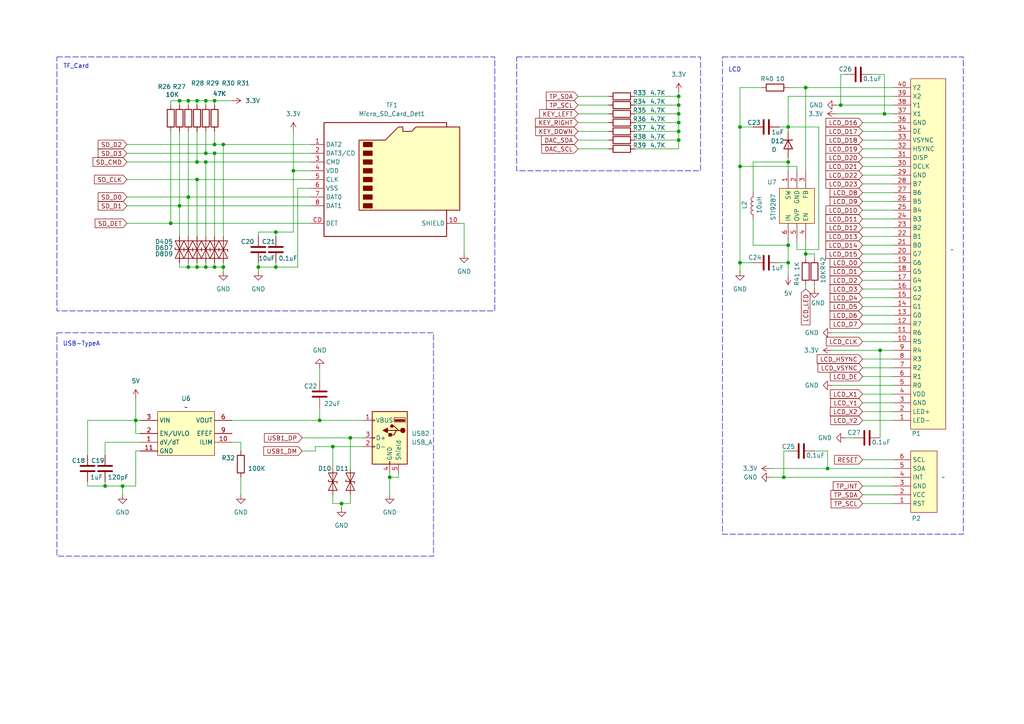
<source format=kicad_sch>
(kicad_sch (version 20250114) (generator "eeschema") (generator_version "9.0")
  (paper "A4")
  (lib_symbols
    (symbol "Connector:Micro_SD_Card_Det1"
      (property "Reference" "J2" (at 0.635 21.59 0))
      (property "Value" "Micro_SD_Card_Det1" (at 0.635 19.05 0))
      (symbol "Micro_SD_Card_Det1_0_1"
        (polyline (pts (xy -8.89 -8.89) (xy -8.89 11.43) (xy -1.27 11.43) (xy 2.54 15.24) (xy 3.81 15.24) (xy 3.81 13.97) (xy 6.35 13.97) (xy 7.62 15.24) (xy 20.32 15.24) (xy 20.32 -8.89) (xy -8.89 -8.89)) (stroke (width 0.254)) (fill (type background)))
        (rectangle (start -7.62 10.795) (end -5.08 9.525) (stroke (width 0.254)) (fill (type outline)))
        (rectangle (start -7.62 8.255) (end -5.08 6.985) (stroke (width 0.254)) (fill (type outline)))
        (rectangle (start -7.62 5.715) (end -5.08 4.445) (stroke (width 0.254)) (fill (type outline)))
        (rectangle (start -7.62 3.175) (end -5.08 1.905) (stroke (width 0.254)) (fill (type outline)))
        (rectangle (start -7.62 0.635) (end -5.08 -0.635) (stroke (width 0.254)) (fill (type outline)))
        (rectangle (start -7.62 -1.905) (end -5.08 -3.175) (stroke (width 0.254)) (fill (type outline)))
        (rectangle (start -7.62 -4.445) (end -5.08 -5.715) (stroke (width 0.254)) (fill (type outline)))
        (rectangle (start -7.62 -6.985) (end -5.08 -8.255) (stroke (width 0.254)) (fill (type outline)))
        (polyline (pts (xy 16.51 15.24) (xy 16.51 16.51) (xy -19.05 16.51) (xy -19.05 -16.51) (xy 16.51 -16.51) (xy 16.51 -8.89)) (stroke (width 0.254)))
      )
      (symbol "Micro_SD_Card_Det1_1_1"
        (pin bidirectional line (at -22.86 10.16 0) (length 3.81) (name "DAT2") (number "1"))
        (pin bidirectional line (at -22.86 7.62 0) (length 3.81) (name "DAT3/CD") (number "2"))
        (pin input line (at -22.86 5.08 0) (length 3.81) (name "CMD") (number "3"))
        (pin power_in line (at -22.86 2.54 0) (length 3.81) (name "VDD") (number "4"))
        (pin input line (at -22.86 0 0) (length 3.81) (name "CLK") (number "5"))
        (pin power_in line (at -22.86 -2.54 0) (length 3.81) (name "VSS") (number "6"))
        (pin bidirectional line (at -22.86 -5.08 0) (length 3.81) (name "DAT0") (number "7"))
        (pin bidirectional line (at -22.86 -7.62 0) (length 3.81) (name "DAT1") (number "8"))
        (pin passive line (at -22.86 -12.7 0) (length 3.81) (name "DET") (number "CD"))
        (pin passive line (at 20.32 -12.7 180) (length 3.81) (name "SHIELD") (number "10"))
        (pin passive line (at 20.32 -12.7 180) (length 3.81) (hide yes) (name "SHIELD") (number "11"))
        (pin passive line (at 20.32 -12.7 180) (length 3.81) (hide yes) (name "SHIELD") (number "12"))
        (pin passive line (at 20.32 -12.7 180) (length 3.81) (hide yes) (name "SHIELD") (number "13"))
      )
    )
    (symbol "Connector:USB_A" (pin_names (offset 1.016))
      (property "Reference" "J" (at -5.08 11.43 0))
      (property "Value" "USB_A" (at -5.08 8.89 0))
      (symbol "USB_A_0_1"
        (rectangle (start -5.08 -7.62) (end 5.08 7.62) (stroke (width 0.254)) (fill (type background)))
        (circle (center -3.81 2.159) (radius 0.635) (stroke (width 0.254)) (fill (type outline)))
        (polyline (pts (xy -3.175 2.159) (xy -2.54 2.159) (xy -1.27 3.429) (xy -0.635 3.429)) (stroke (width 0.254)))
        (polyline (pts (xy -2.54 2.159) (xy -1.905 2.159) (xy -1.27 0.889) (xy 0 0.889)) (stroke (width 0.254)))
        (rectangle (start -1.524 4.826) (end -4.318 5.334) (fill (type outline)))
        (rectangle (start -1.27 4.572) (end -4.572 5.842))
        (circle (center -0.635 3.429) (radius 0.381) (stroke (width 0.254)) (fill (type outline)))
        (rectangle (start -0.127 -7.62) (end 0.127 -6.858))
        (rectangle (start 0.254 1.27) (end -0.508 0.508) (stroke (width 0.254)) (fill (type outline)))
        (polyline (pts (xy 0.635 2.794) (xy 0.635 1.524) (xy 1.905 2.159) (xy 0.635 2.794)) (stroke (width 0.254)) (fill (type outline)))
        (rectangle (start 5.08 4.953) (end 4.318 5.207))
        (rectangle (start 5.08 -0.127) (end 4.318 0.127))
        (rectangle (start 5.08 -2.667) (end 4.318 -2.413))
      )
      (symbol "USB_A_1_1"
        (polyline (pts (xy -1.905 2.159) (xy 0.635 2.159)) (stroke (width 0.254)))
        (pin passive line (at -2.54 -10.16 90) (length 2.54) (name "Shield") (number "5"))
        (pin power_in line (at 0 -10.16 90) (length 2.54) (name "GND") (number "4"))
        (pin power_in line (at 7.62 5.08 180) (length 2.54) (name "VBUS") (number "1"))
        (pin bidirectional line (at 7.62 0 180) (length 2.54) (name "D+") (number "3"))
        (pin bidirectional line (at 7.62 -2.54 180) (length 2.54) (name "D-") (number "2"))
      )
    )
    (symbol "Device:C" (pin_numbers (hide yes)) (pin_names (offset 0.254))
      (property "Reference" "C" (at 0.635 2.54 0))
      (property "Value" "C" (at 0.635 -2.54 0))
      (symbol "C_0_1"
        (polyline (pts (xy -2.032 0.762) (xy 2.032 0.762)) (stroke (width 0.508)))
        (polyline (pts (xy -2.032 -0.762) (xy 2.032 -0.762)) (stroke (width 0.508)))
      )
      (symbol "C_1_1"
        (pin passive line (at 0 3.81 270) (length 2.794) (name "~") (number "1"))
        (pin passive line (at 0 -3.81 90) (length 2.794) (name "~") (number "2"))
      )
    )
    (symbol "Device:D" (pin_numbers (hide yes)) (pin_names (offset 1.016) (hide yes))
      (property "Reference" "D" (at 0 2.54 0))
      (property "Value" "D" (at 0 -2.54 0))
      (symbol "D_0_1"
        (polyline (pts (xy -1.27 1.27) (xy -1.27 -1.27)) (stroke (width 0.254)))
        (polyline (pts (xy 1.27 1.27) (xy 1.27 -1.27) (xy -1.27 0) (xy 1.27 1.27)) (stroke (width 0.254)))
        (polyline (pts (xy 1.27 0) (xy -1.27 0)))
      )
      (symbol "D_1_1"
        (pin passive line (at -3.81 0 0) (length 2.54) (name "K") (number "1"))
        (pin passive line (at 3.81 0 180) (length 2.54) (name "A") (number "2"))
      )
    )
    (symbol "Device:L" (pin_numbers (hide yes)) (pin_names (offset 1.016) (hide yes))
      (property "Reference" "L" (at -1.27 0 90))
      (property "Value" "L" (at 1.905 0 90))
      (symbol "L_0_1"
        (arc (start 0 2.54) (mid 0.6323 1.905) (end 0 1.27))
        (arc (start 0 1.27) (mid 0.6323 0.635) (end 0 0))
        (arc (start 0 0) (mid 0.6323 -0.635) (end 0 -1.27))
        (arc (start 0 -1.27) (mid 0.6323 -1.905) (end 0 -2.54))
      )
      (symbol "L_1_1"
        (pin passive line (at 0 3.81 270) (length 1.27) (name "1") (number "1"))
        (pin passive line (at 0 -3.81 90) (length 1.27) (name "2") (number "2"))
      )
    )
    (symbol "Device:R" (pin_numbers (hide yes)) (pin_names (offset 0))
      (property "Reference" "R" (at 2.032 0 90))
      (property "Value" "R" (at 0 0 90))
      (symbol "R_0_1"
        (rectangle (start -1.016 -2.54) (end 1.016 2.54) (stroke (width 0.254)))
      )
      (symbol "R_1_1"
        (pin passive line (at 0 3.81 270) (length 1.27) (name "~") (number "1"))
        (pin passive line (at 0 -3.81 90) (length 1.27) (name "~") (number "2"))
      )
    )
    (symbol "Diode:ESD9B5.0ST5G" (pin_numbers (hide yes)) (pin_names (offset 1.016) (hide yes))
      (property "Reference" "D" (at 0 2.54 0))
      (property "Value" "ESD9B5.0ST5G" (at 0 -2.54 0))
      (symbol "ESD9B5.0ST5G_0_1"
        (polyline (pts (xy -2.54 -1.27) (xy 0 0) (xy -2.54 1.27) (xy -2.54 -1.27)) (stroke (width 0.2032)))
        (polyline (pts (xy 0.508 1.27) (xy 0 1.27) (xy 0 -1.27) (xy -0.508 -1.27)) (stroke (width 0.2032)))
        (polyline (pts (xy 1.27 0) (xy -1.27 0)))
        (polyline (pts (xy 2.54 1.27) (xy 2.54 -1.27) (xy 0 0) (xy 2.54 1.27)) (stroke (width 0.2032)))
      )
      (symbol "ESD9B5.0ST5G_1_1"
        (pin passive line (at -3.81 0 0) (length 2.54) (name "A1") (number "1"))
        (pin passive line (at 3.81 0 180) (length 2.54) (name "A2") (number "2"))
      )
    )
    (symbol "coloryr:GT911"
      (property "Reference" "P" (at 1.016 1.27 0))
      (symbol "GT911_1_1"
        (rectangle (start 0 0) (end 7.62 -17.78) (fill (type background)))
        (pin input line (at -5.08 -2.54 0) (length 5.08) (name "RST") (number "1"))
        (pin power_in line (at -5.08 -5.08 0) (length 5.08) (name "VCC") (number "2"))
        (pin power_in line (at -5.08 -7.62 0) (length 5.08) (name "GND") (number "3"))
        (pin output line (at -5.08 -10.16 0) (length 5.08) (name "INT") (number "4"))
        (pin bidirectional line (at -5.08 -12.7 0) (length 5.08) (name "SDA") (number "5"))
        (pin input line (at -5.08 -15.24 0) (length 5.08) (name "SCL") (number "6"))
      )
    )
    (symbol "coloryr:STI9287"
      (property "Reference" "U" (at 0.762 1.016 0))
      (symbol "STI9287_1_1"
        (rectangle (start 0 0) (end 10.16 -10.16) (fill (type background)))
        (pin output line (at -5.08 -2.54 0) (length 5.08) (name "SW") (number "1"))
        (pin power_in line (at -5.08 -5.08 0) (length 5.08) (name "GND") (number "2"))
        (pin power_in line (at -5.08 -7.62 0) (length 5.08) (name "FB") (number "3"))
        (pin power_in line (at 15.24 -2.54 180) (length 5.08) (name "IN") (number "6"))
        (pin power_in line (at 15.24 -5.08 180) (length 5.08) (name "OVP") (number "5"))
        (pin input line (at 15.24 -7.62 180) (length 5.08) (name "EN") (number "4"))
      )
    )
    (symbol "coloryr:TCKE812NA"
      (property "Reference" "U" (at 1.27 1.27 0))
      (symbol "TCKE812NA_1_1"
        (rectangle (start 0 0) (end 16.51 -12.7) (fill (type background)))
        (pin power_in line (at -5.08 -2.54 0) (length 5.08) (name "VIN") (number "3"))
        (pin power_in line (at -5.08 -2.54 0) (length 5.08) (hide yes) (name "VIN") (number "4"))
        (pin power_in line (at -5.08 -2.54 0) (length 5.08) (hide yes) (name "VIN") (number "5"))
        (pin input line (at -5.08 -6.35 0) (length 5.08) (name "EN/UVLO") (number "2"))
        (pin input line (at -5.08 -8.89 0) (length 5.08) (name "dV/dT") (number "1"))
        (pin power_in line (at -5.08 -11.43 0) (length 5.08) (name "GND") (number "11"))
        (pin power_out line (at 21.59 -2.54 180) (length 5.08) (name "VOUT") (number "6"))
        (pin power_out line (at 21.59 -2.54 180) (length 5.08) (hide yes) (name "VOUT") (number "7"))
        (pin power_out line (at 21.59 -2.54 180) (length 5.08) (hide yes) (name "VOUT") (number "8"))
        (pin input line (at 21.59 -6.35 180) (length 5.08) (name "EFEF") (number "9"))
        (pin input line (at 21.59 -8.89 180) (length 5.08) (name "ILIM") (number "10"))
      )
    )
    (symbol "coloryr:TFT"
      (property "Reference" "P" (at 0.762 1.016 0))
      (symbol "TFT_1_1"
        (rectangle (start 0 0) (end 10.16 -101.6) (fill (type background)))
        (pin power_in line (at -5.08 -2.54 0) (length 5.08) (name "LED-") (number "1"))
        (pin power_in line (at -5.08 -5.08 0) (length 5.08) (name "LED+") (number "2"))
        (pin power_in line (at -5.08 -7.62 0) (length 5.08) (name "GND") (number "3"))
        (pin power_in line (at -5.08 -10.16 0) (length 5.08) (name "VDD") (number "4"))
        (pin input line (at -5.08 -12.7 0) (length 5.08) (name "R0") (number "5"))
        (pin input line (at -5.08 -15.24 0) (length 5.08) (name "R1") (number "6"))
        (pin input line (at -5.08 -17.78 0) (length 5.08) (name "R2") (number "7"))
        (pin input line (at -5.08 -20.32 0) (length 5.08) (name "R3") (number "8"))
        (pin input line (at -5.08 -22.86 0) (length 5.08) (name "R4") (number "9"))
        (pin input line (at -5.08 -25.4 0) (length 5.08) (name "R5") (number "10"))
        (pin input line (at -5.08 -27.94 0) (length 5.08) (name "R6") (number "11"))
        (pin input line (at -5.08 -30.48 0) (length 5.08) (name "R7") (number "12"))
        (pin input line (at -5.08 -33.02 0) (length 5.08) (name "G0") (number "13"))
        (pin input line (at -5.08 -35.56 0) (length 5.08) (name "G1") (number "14"))
        (pin input line (at -5.08 -38.1 0) (length 5.08) (name "G2") (number "15"))
        (pin input line (at -5.08 -40.64 0) (length 5.08) (name "G3") (number "16"))
        (pin input line (at -5.08 -43.18 0) (length 5.08) (name "G4") (number "17"))
        (pin input line (at -5.08 -45.72 0) (length 5.08) (name "G5") (number "18"))
        (pin input line (at -5.08 -48.26 0) (length 5.08) (name "G6") (number "19"))
        (pin input line (at -5.08 -50.8 0) (length 5.08) (name "G7") (number "20"))
        (pin input line (at -5.08 -53.34 0) (length 5.08) (name "B0") (number "21"))
        (pin input line (at -5.08 -55.88 0) (length 5.08) (name "B1") (number "22"))
        (pin input line (at -5.08 -58.42 0) (length 5.08) (name "B2") (number "23"))
        (pin input line (at -5.08 -60.96 0) (length 5.08) (name "B3") (number "24"))
        (pin input line (at -5.08 -63.5 0) (length 5.08) (name "B4") (number "25"))
        (pin input line (at -5.08 -66.04 0) (length 5.08) (name "B5") (number "26"))
        (pin input line (at -5.08 -68.58 0) (length 5.08) (name "B6") (number "27"))
        (pin input line (at -5.08 -71.12 0) (length 5.08) (name "B7") (number "28"))
        (pin power_in line (at -5.08 -73.66 0) (length 5.08) (name "GND") (number "29"))
        (pin input line (at -5.08 -76.2 0) (length 5.08) (name "DCLK") (number "30"))
        (pin input line (at -5.08 -78.74 0) (length 5.08) (name "DISP") (number "31"))
        (pin input line (at -5.08 -81.28 0) (length 5.08) (name "HSYNC") (number "32"))
        (pin input line (at -5.08 -83.82 0) (length 5.08) (name "VSYNC") (number "33"))
        (pin input line (at -5.08 -86.36 0) (length 5.08) (name "DE") (number "34"))
        (pin power_in line (at -5.08 -88.9 0) (length 5.08) (name "GND") (number "36"))
        (pin bidirectional line (at -5.08 -91.44 0) (length 5.08) (name "X1") (number "37"))
        (pin bidirectional line (at -5.08 -93.98 0) (length 5.08) (name "Y1") (number "38"))
        (pin bidirectional line (at -5.08 -96.52 0) (length 5.08) (name "X2") (number "39"))
        (pin bidirectional line (at -5.08 -99.06 0) (length 5.08) (name "Y2") (number "40"))
      )
    )
    (symbol "power:GND" (power) (pin_numbers (hide yes)) (pin_names (offset 0) (hide yes))
      (property "Value" "GND" (at 0 -3.81 0))
      (symbol "GND_0_1"
        (polyline (pts (xy 0 0) (xy 0 -1.27) (xy 1.27 -1.27) (xy 0 -2.54) (xy -1.27 -1.27) (xy 0 -1.27)))
      )
      (symbol "GND_1_1"
        (pin power_in line (at 0 0 270) (length 0) (name "~") (number "1"))
      )
    )
    (symbol "power:VCC" (power) (pin_numbers (hide yes)) (pin_names (offset 0) (hide yes))
      (property "Value" "VCC" (at 0 3.556 0))
      (symbol "VCC_0_1"
        (polyline (pts (xy -0.762 1.27) (xy 0 2.54)))
        (polyline (pts (xy 0 2.54) (xy 0.762 1.27)))
        (polyline (pts (xy 0 0) (xy 0 2.54)))
      )
      (symbol "VCC_1_1"
        (pin power_in line (at 0 0 90) (length 0) (name "~") (number "1"))
      )
    )
  )
  (rectangle (start 16.51 16.51) (end 143.51 90.17) (stroke (width 0) (type dash)))
  (rectangle (start 16.51 96.52) (end 125.73 161.29) (stroke (width 0) (type dash)))
  (rectangle (start 209.55 16.51) (end 279.4 154.94) (stroke (width 0) (type dash)))
  (rectangle (start 149.86 16.51) (end 203.2 49.53) (stroke (width 0) (type dash)))
  (text "USB-TypeA" (at 23.622 99.822 0) (effects (font (size 1.27 1.27))))
  (text "LCD" (at 213.106 20.32 0) (effects (font (size 1.27 1.27))))
  (text "TF_Card" (at 22.098 19.304 0) (effects (font (size 1.27 1.27))))
  (junction (at 233.68 25.4))
  (junction (at 54.61 77.47))
  (junction (at 62.23 29.21))
  (junction (at 96.52 129.54))
  (junction (at 101.6 127))
  (junction (at 39.37 121.92))
  (junction (at 49.53 64.77))
  (junction (at 59.69 29.21))
  (junction (at 54.61 57.15))
  (junction (at 196.85 33.02))
  (junction (at 243.84 30.48))
  (junction (at 62.23 77.47))
  (junction (at 80.01 67.31))
  (junction (at 85.09 49.53))
  (junction (at 62.23 41.91))
  (junction (at 57.15 46.99))
  (junction (at 214.63 48.26))
  (junction (at 196.85 35.56))
  (junction (at 64.77 77.47))
  (junction (at 99.06 146.05))
  (junction (at 196.85 40.64))
  (junction (at 35.56 140.97))
  (junction (at 62.23 44.45))
  (junction (at 57.15 52.07))
  (junction (at 59.69 77.47))
  (junction (at 196.85 27.94))
  (junction (at 196.85 30.48))
  (junction (at 52.07 59.69))
  (junction (at 227.33 138.43))
  (junction (at 59.69 46.99))
  (junction (at 214.63 76.2))
  (junction (at 233.68 73.66))
  (junction (at 240.03 135.89))
  (junction (at 196.85 38.1))
  (junction (at 54.61 29.21))
  (junction (at 59.69 44.45))
  (junction (at 30.48 140.97))
  (junction (at 255.27 101.6))
  (junction (at 113.03 138.43))
  (junction (at 228.6 36.83))
  (junction (at 80.01 77.47))
  (junction (at 74.93 77.47))
  (junction (at 214.63 36.83))
  (junction (at 57.15 77.47))
  (junction (at 64.77 41.91))
  (junction (at 228.6 46.99))
  (junction (at 228.6 71.12))
  (junction (at 57.15 29.21))
  (junction (at 256.54 33.02))
  (junction (at 228.6 76.2))
  (junction (at 52.07 29.21))
  (junction (at 92.71 121.92))
  (wire (pts (xy 25.4 140.97) (xy 30.48 140.97)))
  (wire (pts (xy 52.07 59.69) (xy 90.17 59.69)))
  (wire (pts (xy 36.83 64.77) (xy 49.53 64.77)))
  (wire (pts (xy 69.85 138.43) (xy 69.85 143.51)))
  (wire (pts (xy 236.22 74.93) (xy 236.22 73.66)))
  (wire (pts (xy 54.61 57.15) (xy 90.17 57.15)))
  (wire (pts (xy 250.19 114.3) (xy 259.08 114.3)))
  (wire (pts (xy 233.68 82.55) (xy 233.68 83.82)))
  (wire (pts (xy 40.64 128.27) (xy 30.48 128.27)))
  (wire (pts (xy 62.23 29.21) (xy 67.31 29.21)))
  (wire (pts (xy 214.63 76.2) (xy 218.44 76.2)))
  (wire (pts (xy 259.08 27.94) (xy 228.6 27.94)))
  (wire (pts (xy 167.64 27.94) (xy 176.53 27.94)))
  (wire (pts (xy 91.44 129.54) (xy 96.52 129.54)))
  (wire (pts (xy 167.64 40.64) (xy 176.53 40.64)))
  (wire (pts (xy 242.57 30.48) (xy 243.84 30.48)))
  (wire (pts (xy 245.11 127) (xy 247.65 127)))
  (wire (pts (xy 36.83 57.15) (xy 54.61 57.15)))
  (wire (pts (xy 39.37 115.57) (xy 39.37 121.92)))
  (wire (pts (xy 67.31 121.92) (xy 92.71 121.92)))
  (wire (pts (xy 35.56 140.97) (xy 35.56 143.51)))
  (wire (pts (xy 218.44 36.83) (xy 214.63 36.83)))
  (wire (pts (xy 250.19 55.88) (xy 259.08 55.88)))
  (wire (pts (xy 196.85 35.56) (xy 196.85 33.02)))
  (wire (pts (xy 228.6 71.12) (xy 218.44 71.12)))
  (wire (pts (xy 250.19 43.18) (xy 259.08 43.18)))
  (wire (pts (xy 64.77 41.91) (xy 90.17 41.91)))
  (wire (pts (xy 57.15 76.2) (xy 57.15 77.47)))
  (wire (pts (xy 241.3 111.76) (xy 259.08 111.76)))
  (wire (pts (xy 250.19 88.9) (xy 259.08 88.9)))
  (wire (pts (xy 57.15 38.1) (xy 57.15 46.99)))
  (wire (pts (xy 227.33 138.43) (xy 227.33 130.81)))
  (wire (pts (xy 87.63 127) (xy 101.6 127)))
  (wire (pts (xy 57.15 77.47) (xy 59.69 77.47)))
  (wire (pts (xy 250.19 71.12) (xy 259.08 71.12)))
  (wire (pts (xy 236.22 130.81) (xy 240.03 130.81)))
  (wire (pts (xy 113.03 137.16) (xy 113.03 138.43)))
  (wire (pts (xy 228.6 76.2) (xy 228.6 80.01)))
  (wire (pts (xy 250.19 83.82) (xy 259.08 83.82)))
  (wire (pts (xy 237.49 36.83) (xy 228.6 36.83)))
  (wire (pts (xy 250.19 73.66) (xy 259.08 73.66)))
  (wire (pts (xy 250.19 66.04) (xy 259.08 66.04)))
  (wire (pts (xy 36.83 44.45) (xy 59.69 44.45)))
  (wire (pts (xy 59.69 44.45) (xy 62.23 44.45)))
  (wire (pts (xy 92.71 121.92) (xy 105.41 121.92)))
  (wire (pts (xy 236.22 82.55) (xy 236.22 83.82)))
  (wire (pts (xy 36.83 41.91) (xy 62.23 41.91)))
  (wire (pts (xy 250.19 53.34) (xy 259.08 53.34)))
  (wire (pts (xy 250.19 63.5) (xy 259.08 63.5)))
  (wire (pts (xy 228.6 25.4) (xy 233.68 25.4)))
  (wire (pts (xy 49.53 29.21) (xy 52.07 29.21)))
  (wire (pts (xy 250.19 119.38) (xy 259.08 119.38)))
  (wire (pts (xy 54.61 29.21) (xy 57.15 29.21)))
  (wire (pts (xy 196.85 38.1) (xy 196.85 35.56)))
  (wire (pts (xy 99.06 146.05) (xy 96.52 146.05)))
  (wire (pts (xy 62.23 77.47) (xy 64.77 77.47)))
  (wire (pts (xy 86.36 77.47) (xy 80.01 77.47)))
  (wire (pts (xy 57.15 52.07) (xy 90.17 52.07)))
  (wire (pts (xy 54.61 38.1) (xy 54.61 57.15)))
  (wire (pts (xy 57.15 29.21) (xy 57.15 30.48)))
  (wire (pts (xy 40.64 121.92) (xy 39.37 121.92)))
  (wire (pts (xy 243.84 30.48) (xy 259.08 30.48)))
  (wire (pts (xy 250.19 116.84) (xy 259.08 116.84)))
  (wire (pts (xy 133.35 64.77) (xy 134.62 64.77)))
  (wire (pts (xy 184.15 33.02) (xy 196.85 33.02)))
  (wire (pts (xy 115.57 138.43) (xy 113.03 138.43)))
  (wire (pts (xy 30.48 140.97) (xy 35.56 140.97)))
  (wire (pts (xy 54.61 29.21) (xy 54.61 30.48)))
  (wire (pts (xy 214.63 36.83) (xy 214.63 48.26)))
  (wire (pts (xy 59.69 29.21) (xy 62.23 29.21)))
  (wire (pts (xy 64.77 77.47) (xy 64.77 78.74)))
  (wire (pts (xy 101.6 143.51) (xy 101.6 146.05)))
  (wire (pts (xy 74.93 67.31) (xy 80.01 67.31)))
  (wire (pts (xy 25.4 132.08) (xy 25.4 121.92)))
  (wire (pts (xy 250.19 99.06) (xy 259.08 99.06)))
  (wire (pts (xy 196.85 30.48) (xy 196.85 27.94)))
  (wire (pts (xy 228.6 76.2) (xy 228.6 71.12)))
  (wire (pts (xy 250.19 40.64) (xy 259.08 40.64)))
  (wire (pts (xy 62.23 41.91) (xy 64.77 41.91)))
  (wire (pts (xy 250.19 45.72) (xy 259.08 45.72)))
  (wire (pts (xy 250.19 38.1) (xy 259.08 38.1)))
  (wire (pts (xy 52.07 76.2) (xy 52.07 77.47)))
  (wire (pts (xy 223.52 138.43) (xy 227.33 138.43)))
  (wire (pts (xy 250.19 133.35) (xy 259.08 133.35)))
  (wire (pts (xy 250.19 121.92) (xy 259.08 121.92)))
  (wire (pts (xy 85.09 49.53) (xy 90.17 49.53)))
  (wire (pts (xy 184.15 27.94) (xy 196.85 27.94)))
  (wire (pts (xy 54.61 57.15) (xy 54.61 68.58)))
  (wire (pts (xy 74.93 77.47) (xy 74.93 78.74)))
  (wire (pts (xy 49.53 38.1) (xy 49.53 64.77)))
  (wire (pts (xy 30.48 128.27) (xy 30.48 132.08)))
  (wire (pts (xy 245.11 21.59) (xy 243.84 21.59)))
  (wire (pts (xy 218.44 71.12) (xy 218.44 63.5)))
  (wire (pts (xy 226.06 76.2) (xy 228.6 76.2)))
  (wire (pts (xy 250.19 86.36) (xy 259.08 86.36)))
  (wire (pts (xy 96.52 146.05) (xy 96.52 143.51)))
  (wire (pts (xy 233.68 69.85) (xy 233.68 73.66)))
  (wire (pts (xy 196.85 40.64) (xy 196.85 38.1)))
  (wire (pts (xy 59.69 46.99) (xy 90.17 46.99)))
  (wire (pts (xy 39.37 130.81) (xy 39.37 140.97)))
  (wire (pts (xy 52.07 59.69) (xy 52.07 68.58)))
  (wire (pts (xy 52.07 38.1) (xy 52.07 59.69)))
  (wire (pts (xy 64.77 41.91) (xy 64.77 68.58)))
  (wire (pts (xy 250.19 91.44) (xy 259.08 91.44)))
  (wire (pts (xy 85.09 38.1) (xy 85.09 49.53)))
  (wire (pts (xy 233.68 25.4) (xy 233.68 49.53)))
  (wire (pts (xy 36.83 59.69) (xy 52.07 59.69)))
  (wire (pts (xy 250.19 35.56) (xy 259.08 35.56)))
  (wire (pts (xy 250.19 78.74) (xy 259.08 78.74)))
  (wire (pts (xy 231.14 69.85) (xy 231.14 72.39)))
  (wire (pts (xy 256.54 33.02) (xy 259.08 33.02)))
  (wire (pts (xy 59.69 38.1) (xy 59.69 44.45)))
  (wire (pts (xy 59.69 29.21) (xy 59.69 30.48)))
  (wire (pts (xy 250.19 93.98) (xy 259.08 93.98)))
  (wire (pts (xy 80.01 67.31) (xy 80.01 68.58)))
  (wire (pts (xy 255.27 101.6) (xy 259.08 101.6)))
  (wire (pts (xy 40.64 130.81) (xy 39.37 130.81)))
  (wire (pts (xy 52.07 29.21) (xy 54.61 29.21)))
  (wire (pts (xy 86.36 54.61) (xy 90.17 54.61)))
  (wire (pts (xy 80.01 77.47) (xy 80.01 76.2)))
  (wire (pts (xy 134.62 64.77) (xy 134.62 73.66)))
  (wire (pts (xy 240.03 135.89) (xy 259.08 135.89)))
  (wire (pts (xy 220.98 25.4) (xy 214.63 25.4)))
  (wire (pts (xy 57.15 46.99) (xy 59.69 46.99)))
  (wire (pts (xy 59.69 76.2) (xy 59.69 77.47)))
  (wire (pts (xy 228.6 69.85) (xy 228.6 71.12)))
  (wire (pts (xy 214.63 76.2) (xy 214.63 78.74)))
  (wire (pts (xy 226.06 36.83) (xy 228.6 36.83)))
  (wire (pts (xy 223.52 135.89) (xy 240.03 135.89)))
  (wire (pts (xy 228.6 46.99) (xy 228.6 49.53)))
  (wire (pts (xy 69.85 128.27) (xy 69.85 130.81)))
  (wire (pts (xy 62.23 38.1) (xy 62.23 41.91)))
  (wire (pts (xy 74.93 68.58) (xy 74.93 67.31)))
  (wire (pts (xy 231.14 49.53) (xy 231.14 48.26)))
  (wire (pts (xy 250.19 143.51) (xy 259.08 143.51)))
  (wire (pts (xy 250.19 76.2) (xy 259.08 76.2)))
  (wire (pts (xy 91.44 129.54) (xy 91.44 130.81)))
  (wire (pts (xy 57.15 29.21) (xy 59.69 29.21)))
  (wire (pts (xy 52.07 29.21) (xy 52.07 30.48)))
  (wire (pts (xy 196.85 43.18) (xy 196.85 40.64)))
  (wire (pts (xy 39.37 125.73) (xy 39.37 121.92)))
  (wire (pts (xy 30.48 139.7) (xy 30.48 140.97)))
  (wire (pts (xy 62.23 44.45) (xy 62.23 68.58)))
  (wire (pts (xy 243.84 21.59) (xy 243.84 30.48)))
  (wire (pts (xy 250.19 109.22) (xy 259.08 109.22)))
  (wire (pts (xy 101.6 127) (xy 101.6 135.89)))
  (wire (pts (xy 184.15 30.48) (xy 196.85 30.48)))
  (wire (pts (xy 52.07 77.47) (xy 54.61 77.47)))
  (wire (pts (xy 196.85 33.02) (xy 196.85 30.48)))
  (wire (pts (xy 25.4 121.92) (xy 39.37 121.92)))
  (wire (pts (xy 250.19 81.28) (xy 259.08 81.28)))
  (wire (pts (xy 250.19 48.26) (xy 259.08 48.26)))
  (wire (pts (xy 86.36 54.61) (xy 86.36 77.47)))
  (wire (pts (xy 91.44 130.81) (xy 87.63 130.81)))
  (wire (pts (xy 218.44 46.99) (xy 228.6 46.99)))
  (wire (pts (xy 255.27 101.6) (xy 255.27 127)))
  (wire (pts (xy 49.53 30.48) (xy 49.53 29.21)))
  (wire (pts (xy 233.68 25.4) (xy 259.08 25.4)))
  (wire (pts (xy 85.09 67.31) (xy 85.09 49.53)))
  (wire (pts (xy 36.83 52.07) (xy 57.15 52.07)))
  (wire (pts (xy 228.6 45.72) (xy 228.6 46.99)))
  (wire (pts (xy 54.61 76.2) (xy 54.61 77.47)))
  (wire (pts (xy 74.93 76.2) (xy 74.93 77.47)))
  (wire (pts (xy 80.01 67.31) (xy 85.09 67.31)))
  (wire (pts (xy 62.23 76.2) (xy 62.23 77.47)))
  (wire (pts (xy 228.6 36.83) (xy 228.6 38.1)))
  (wire (pts (xy 167.64 33.02) (xy 176.53 33.02)))
  (wire (pts (xy 59.69 46.99) (xy 59.69 68.58)))
  (wire (pts (xy 184.15 35.56) (xy 196.85 35.56)))
  (wire (pts (xy 40.64 125.73) (xy 39.37 125.73)))
  (wire (pts (xy 196.85 27.94) (xy 196.85 26.67)))
  (wire (pts (xy 167.64 35.56) (xy 176.53 35.56)))
  (wire (pts (xy 240.03 130.81) (xy 240.03 135.89)))
  (wire (pts (xy 96.52 129.54) (xy 96.52 135.89)))
  (wire (pts (xy 233.68 73.66) (xy 236.22 73.66)))
  (wire (pts (xy 49.53 64.77) (xy 90.17 64.77)))
  (wire (pts (xy 214.63 48.26) (xy 214.63 76.2)))
  (wire (pts (xy 231.14 72.39) (xy 237.49 72.39)))
  (wire (pts (xy 62.23 29.21) (xy 62.23 30.48)))
  (wire (pts (xy 54.61 77.47) (xy 57.15 77.47)))
  (wire (pts (xy 59.69 77.47) (xy 62.23 77.47)))
  (wire (pts (xy 92.71 106.68) (xy 92.71 110.49)))
  (wire (pts (xy 218.44 55.88) (xy 218.44 46.99)))
  (wire (pts (xy 184.15 40.64) (xy 196.85 40.64)))
  (wire (pts (xy 62.23 44.45) (xy 90.17 44.45)))
  (wire (pts (xy 167.64 30.48) (xy 176.53 30.48)))
  (wire (pts (xy 92.71 118.11) (xy 92.71 121.92)))
  (wire (pts (xy 67.31 128.27) (xy 69.85 128.27)))
  (wire (pts (xy 57.15 52.07) (xy 57.15 68.58)))
  (wire (pts (xy 241.3 101.6) (xy 255.27 101.6)))
  (wire (pts (xy 101.6 127) (xy 105.41 127)))
  (wire (pts (xy 35.56 140.97) (xy 39.37 140.97)))
  (wire (pts (xy 252.73 21.59) (xy 256.54 21.59)))
  (wire (pts (xy 241.3 96.52) (xy 259.08 96.52)))
  (wire (pts (xy 233.68 73.66) (xy 233.68 74.93)))
  (wire (pts (xy 250.19 140.97) (xy 259.08 140.97)))
  (wire (pts (xy 242.57 33.02) (xy 256.54 33.02)))
  (wire (pts (xy 250.19 68.58) (xy 259.08 68.58)))
  (wire (pts (xy 250.19 60.96) (xy 259.08 60.96)))
  (wire (pts (xy 36.83 46.99) (xy 57.15 46.99)))
  (wire (pts (xy 96.52 129.54) (xy 105.41 129.54)))
  (wire (pts (xy 250.19 104.14) (xy 259.08 104.14)))
  (wire (pts (xy 101.6 146.05) (xy 99.06 146.05)))
  (wire (pts (xy 115.57 137.16) (xy 115.57 138.43)))
  (wire (pts (xy 113.03 138.43) (xy 113.03 143.51)))
  (wire (pts (xy 231.14 48.26) (xy 214.63 48.26)))
  (wire (pts (xy 250.19 146.05) (xy 259.08 146.05)))
  (wire (pts (xy 256.54 21.59) (xy 256.54 33.02)))
  (wire (pts (xy 227.33 138.43) (xy 259.08 138.43)))
  (wire (pts (xy 237.49 72.39) (xy 237.49 36.83)))
  (wire (pts (xy 184.15 38.1) (xy 196.85 38.1)))
  (wire (pts (xy 184.15 43.18) (xy 196.85 43.18)))
  (wire (pts (xy 64.77 76.2) (xy 64.77 77.47)))
  (wire (pts (xy 25.4 139.7) (xy 25.4 140.97)))
  (wire (pts (xy 80.01 77.47) (xy 74.93 77.47)))
  (wire (pts (xy 99.06 146.05) (xy 99.06 147.32)))
  (wire (pts (xy 228.6 27.94) (xy 228.6 36.83)))
  (wire (pts (xy 167.64 38.1) (xy 176.53 38.1)))
  (wire (pts (xy 214.63 25.4) (xy 214.63 36.83)))
  (wire (pts (xy 250.19 50.8) (xy 259.08 50.8)))
  (wire (pts (xy 167.64 43.18) (xy 176.53 43.18)))
  (wire (pts (xy 227.33 130.81) (xy 228.6 130.81)))
  (wire (pts (xy 250.19 106.68) (xy 259.08 106.68)))
  (wire (pts (xy 250.19 58.42) (xy 259.08 58.42)))
  (global_label "SD_D1" (shape input) (at 36.83 59.69 180) (property "Intersheetrefs" "${INTERSHEET_REFS}" (effects (hide yes))))
  (global_label "LCD_D13" (shape input) (at 250.19 68.58 180) (property "Intersheetrefs" "${INTERSHEET_REFS}" (effects (hide yes))))
  (global_label "LCD_D23" (shape input) (at 250.19 53.34 180) (property "Intersheetrefs" "${INTERSHEET_REFS}" (effects (hide yes))))
  (global_label "LCD_D21" (shape input) (at 250.19 48.26 180) (property "Intersheetrefs" "${INTERSHEET_REFS}" (effects (hide yes))))
  (global_label "LCD_D6" (shape input) (at 250.19 91.44 180) (property "Intersheetrefs" "${INTERSHEET_REFS}" (effects (hide yes))))
  (global_label "LCD_Y2" (shape input) (at 250.19 121.92 180) (property "Intersheetrefs" "${INTERSHEET_REFS}" (effects (hide yes))))
  (global_label "LCD_D9" (shape input) (at 250.19 58.42 180) (property "Intersheetrefs" "${INTERSHEET_REFS}" (effects (hide yes))))
  (global_label "LCD_D11" (shape input) (at 250.19 63.5 180) (property "Intersheetrefs" "${INTERSHEET_REFS}" (effects (hide yes))))
  (global_label "TP_SDA" (shape input) (at 167.64 27.94 180) (property "Intersheetrefs" "${INTERSHEET_REFS}" (effects (hide yes))))
  (global_label "LCD_D19" (shape input) (at 250.19 43.18 180) (property "Intersheetrefs" "${INTERSHEET_REFS}" (effects (hide yes))))
  (global_label "LCD_D4" (shape input) (at 250.19 86.36 180) (property "Intersheetrefs" "${INTERSHEET_REFS}" (effects (hide yes))))
  (global_label "LCD_D3" (shape input) (at 250.19 83.82 180) (property "Intersheetrefs" "${INTERSHEET_REFS}" (effects (hide yes))))
  (global_label "SD_D3" (shape input) (at 36.83 44.45 180) (property "Intersheetrefs" "${INTERSHEET_REFS}" (effects (hide yes))))
  (global_label "TP_SDA" (shape input) (at 250.19 143.51 180) (property "Intersheetrefs" "${INTERSHEET_REFS}" (effects (hide yes))))
  (global_label "LCD_D16" (shape input) (at 250.19 35.56 180) (property "Intersheetrefs" "${INTERSHEET_REFS}" (effects (hide yes))))
  (global_label "KEY_RIGHT" (shape input) (at 167.64 35.56 180) (property "Intersheetrefs" "${INTERSHEET_REFS}" (effects (hide yes))))
  (global_label "TP_SCL" (shape input) (at 167.64 30.48 180) (property "Intersheetrefs" "${INTERSHEET_REFS}" (effects (hide yes))))
  (global_label "SD_CLK" (shape input) (at 36.83 52.07 180) (property "Intersheetrefs" "${INTERSHEET_REFS}" (effects (hide yes))))
  (global_label "SD_CMD" (shape input) (at 36.83 46.99 180) (property "Intersheetrefs" "${INTERSHEET_REFS}" (effects (hide yes))))
  (global_label "LCD_D7" (shape input) (at 250.19 93.98 180) (property "Intersheetrefs" "${INTERSHEET_REFS}" (effects (hide yes))))
  (global_label "LCD_D20" (shape input) (at 250.19 45.72 180) (property "Intersheetrefs" "${INTERSHEET_REFS}" (effects (hide yes))))
  (global_label "LCD_D15" (shape input) (at 250.19 73.66 180) (property "Intersheetrefs" "${INTERSHEET_REFS}" (effects (hide yes))))
  (global_label "LCD_X2" (shape input) (at 250.19 119.38 180) (property "Intersheetrefs" "${INTERSHEET_REFS}" (effects (hide yes))))
  (global_label "LCD_D22" (shape input) (at 250.19 50.8 180) (property "Intersheetrefs" "${INTERSHEET_REFS}" (effects (hide yes))))
  (global_label "LCD_X1" (shape input) (at 250.19 114.3 180) (property "Intersheetrefs" "${INTERSHEET_REFS}" (effects (hide yes))))
  (global_label "DAC_SCL" (shape input) (at 167.64 43.18 180) (property "Intersheetrefs" "${INTERSHEET_REFS}" (effects (hide yes))))
  (global_label "LCD_CLK" (shape input) (at 250.19 99.06 180) (property "Intersheetrefs" "${INTERSHEET_REFS}" (effects (hide yes))))
  (global_label "LCD_D2" (shape input) (at 250.19 81.28 180) (property "Intersheetrefs" "${INTERSHEET_REFS}" (effects (hide yes))))
  (global_label "KEY_LEFT" (shape input) (at 167.64 33.02 180) (property "Intersheetrefs" "${INTERSHEET_REFS}" (effects (hide yes))))
  (global_label "TP_INT" (shape input) (at 250.19 140.97 180) (property "Intersheetrefs" "${INTERSHEET_REFS}" (effects (hide yes))))
  (global_label "LCD_D0" (shape input) (at 250.19 76.2 180) (property "Intersheetrefs" "${INTERSHEET_REFS}" (effects (hide yes))))
  (global_label "LCD_D8" (shape input) (at 250.19 55.88 180) (property "Intersheetrefs" "${INTERSHEET_REFS}" (effects (hide yes))))
  (global_label "LCD_D5" (shape input) (at 250.19 88.9 180) (property "Intersheetrefs" "${INTERSHEET_REFS}" (effects (hide yes))))
  (global_label "KEY_DOWN" (shape input) (at 167.64 38.1 180) (property "Intersheetrefs" "${INTERSHEET_REFS}" (effects (hide yes))))
  (global_label "LCD_DE" (shape input) (at 250.19 109.22 180) (property "Intersheetrefs" "${INTERSHEET_REFS}" (effects (hide yes))))
  (global_label "SD_D2" (shape input) (at 36.83 41.91 180) (property "Intersheetrefs" "${INTERSHEET_REFS}" (effects (hide yes))))
  (global_label "SD_DET" (shape input) (at 36.83 64.77 180) (property "Intersheetrefs" "${INTERSHEET_REFS}" (effects (hide yes))))
  (global_label "LCD_HSYNC" (shape input) (at 250.19 104.14 180) (property "Intersheetrefs" "${INTERSHEET_REFS}" (effects (hide yes))))
  (global_label "LCD_D17" (shape input) (at 250.19 38.1 180) (property "Intersheetrefs" "${INTERSHEET_REFS}" (effects (hide yes))))
  (global_label "LCD_Y1" (shape input) (at 250.19 116.84 180) (property "Intersheetrefs" "${INTERSHEET_REFS}" (effects (hide yes))))
  (global_label "DAC_SDA" (shape input) (at 167.64 40.64 180) (property "Intersheetrefs" "${INTERSHEET_REFS}" (effects (hide yes))))
  (global_label "SD_D0" (shape input) (at 36.83 57.15 180) (property "Intersheetrefs" "${INTERSHEET_REFS}" (effects (hide yes))))
  (global_label "USB1_DM" (shape input) (at 87.63 130.81 180) (property "Intersheetrefs" "${INTERSHEET_REFS}" (effects (hide yes))))
  (global_label "RESET" (shape input) (at 250.19 133.35 180) (property "Intersheetrefs" "${INTERSHEET_REFS}" (effects (hide yes))))
  (global_label "LCD_D1" (shape input) (at 250.19 78.74 180) (property "Intersheetrefs" "${INTERSHEET_REFS}" (effects (hide yes))))
  (global_label "LCD_LED" (shape input) (at 233.68 83.82 270) (property "Intersheetrefs" "${INTERSHEET_REFS}" (effects (hide yes))))
  (global_label "LCD_VSYNC" (shape input) (at 250.19 106.68 180) (property "Intersheetrefs" "${INTERSHEET_REFS}" (effects (hide yes))))
  (global_label "LCD_D12" (shape input) (at 250.19 66.04 180) (property "Intersheetrefs" "${INTERSHEET_REFS}" (effects (hide yes))))
  (global_label "TP_SCL" (shape input) (at 250.19 146.05 180) (property "Intersheetrefs" "${INTERSHEET_REFS}" (effects (hide yes))))
  (global_label "LCD_D18" (shape input) (at 250.19 40.64 180) (property "Intersheetrefs" "${INTERSHEET_REFS}" (effects (hide yes))))
  (global_label "USB1_DP" (shape input) (at 87.63 127 180) (property "Intersheetrefs" "${INTERSHEET_REFS}" (effects (hide yes))))
  (global_label "LCD_D10" (shape input) (at 250.19 60.96 180) (property "Intersheetrefs" "${INTERSHEET_REFS}" (effects (hide yes))))
  (global_label "LCD_D14" (shape input) (at 250.19 71.12 180) (property "Intersheetrefs" "${INTERSHEET_REFS}" (effects (hide yes))))
  (symbol (lib_id "power:GND") (at 99.06 147.32 0) (unit 1)
    (property "Reference" "#PWR048" (effects (hide yes)))
    (property "Value" "GND" (at 99.06 152.4 0))
    (property "Description" "Power symbol creates a global label with name \"GND\" , ground" (effects (hide yes)))
  )
  (symbol (lib_id "power:GND") (at 245.11 127 270) (unit 1)
    (property "Reference" "#PWR062" (effects (hide yes)))
    (property "Value" "GND" (at 241.3 126.9999 90) (effects (justify right)))
    (property "Description" "Power symbol creates a global label with name \"GND\" , ground" (effects (hide yes)))
  )
  (symbol (lib_id "Diode:ESD9B5.0ST5G") (at 62.23 72.39 90) (unit 1)
    (property "Reference" "D8" (at 44.958 73.66 90) (effects (justify right)))
    (property "Value" "ESD9B5.0ST5G" (effects (hide yes)))
    (property "Footprint" "Diode_SMD:D_SOD-523" (effects (hide yes)))
    (property "Datasheet" "https://www.onsemi.com/pub/Collateral/ESD9B-D.PDF" (effects (hide yes)))
    (property "Description" "ESD protection diode, 5.0Vrwm, SOD-923" (effects (hide yes)))
  )
  (symbol (lib_id "Device:R") (at 180.34 40.64 270) (unit 1)
    (property "Reference" "R38" (at 187.452 39.624 90) (effects (justify right)))
    (property "Value" "4.7K" (at 193.04 39.624 90) (effects (justify right)))
    (property "Footprint" "Capacitor_SMD:C_0402_1005Metric_Pad0.74x0.62mm_HandSolder" (effects (hide yes)))
    (property "Description" "Resistor" (effects (hide yes)))
  )
  (symbol (lib_id "Connector:USB_A") (at 113.03 127 0) (mirror y) (unit 1)
    (property "Reference" "USB2" (at 119.38 125.7299 0) (effects (justify right)))
    (property "Value" "USB_A" (at 119.38 128.2699 0) (effects (justify right)))
    (property "Footprint" "coloryr:USB-A-TH_AF-ZJWG" (effects (hide yes)))
    (property "Description" "USB Type A connector" (effects (hide yes)))
  )
  (symbol (lib_id "Device:C") (at 74.93 72.39 0) (unit 1)
    (property "Reference" "C20" (at 69.85 70.104 0) (effects (justify left)))
    (property "Value" "10uF" (at 74.93 74.93 0) (effects (justify left)))
    (property "Footprint" "Capacitor_SMD:C_0402_1005Metric_Pad0.74x0.62mm_HandSolder" (effects (hide yes)))
    (property "Description" "Unpolarized capacitor" (effects (hide yes)))
  )
  (symbol (lib_id "power:GND") (at 134.62 73.66 0) (unit 1)
    (property "Reference" "#PWR050" (effects (hide yes)))
    (property "Value" "GND" (at 134.62 78.74 0))
    (property "Description" "Power symbol creates a global label with name \"GND\" , ground" (effects (hide yes)))
  )
  (symbol (lib_id "Device:R") (at 52.07 34.29 0) (unit 1)
    (property "Reference" "R27" (at 50.038 25.146 0) (effects (justify left)))
    (property "Value" "10K" (at 48.006 27.432 0) (effects (justify left)))
    (property "Footprint" "Resistor_SMD:R_0402_1005Metric_Pad0.72x0.64mm_HandSolder" (effects (hide yes)))
    (property "Description" "Resistor" (effects (hide yes)))
  )
  (symbol (lib_id "Device:C") (at 251.46 127 90) (unit 1)
    (property "Reference" "C27" (at 249.682 125.476 90) (effects (justify left)))
    (property "Value" "0.1uF" (at 258.318 128.27 90) (effects (justify left)))
    (property "Footprint" "Capacitor_SMD:C_0402_1005Metric_Pad0.74x0.62mm_HandSolder" (effects (hide yes)))
    (property "Description" "Unpolarized capacitor" (effects (hide yes)))
  )
  (symbol (lib_id "Device:C") (at 248.92 21.59 90) (unit 1)
    (property "Reference" "C26" (at 247.142 20.066 90) (effects (justify left)))
    (property "Value" "0.1uF" (at 255.778 22.86 90) (effects (justify left)))
    (property "Footprint" "Capacitor_SMD:C_0402_1005Metric_Pad0.74x0.62mm_HandSolder" (effects (hide yes)))
    (property "Description" "Unpolarized capacitor" (effects (hide yes)))
  )
  (symbol (lib_id "Diode:ESD9B5.0ST5G") (at 96.52 139.7 90) (unit 1)
    (property "Reference" "D10" (at 92.202 135.89 90) (effects (justify right)))
    (property "Value" "ESD9B5.0ST5G" (effects (hide yes)))
    (property "Footprint" "Diode_SMD:D_SOD-523" (effects (hide yes)))
    (property "Datasheet" "https://www.onsemi.com/pub/Collateral/ESD9B-D.PDF" (effects (hide yes)))
    (property "Description" "ESD protection diode, 5.0Vrwm, SOD-923" (effects (hide yes)))
  )
  (symbol (lib_id "Device:R") (at 62.23 34.29 0) (unit 1)
    (property "Reference" "R31" (at 68.58 24.13 0) (effects (justify left)))
    (property "Value" "47K" (at 61.722 27.178 0) (effects (justify left)))
    (property "Footprint" "Resistor_SMD:R_0402_1005Metric_Pad0.72x0.64mm_HandSolder" (effects (hide yes)))
    (property "Description" "Resistor" (effects (hide yes)))
  )
  (symbol (lib_id "power:VCC") (at 196.85 26.67 0) (unit 1)
    (property "Reference" "#PWR051" (effects (hide yes)))
    (property "Value" "3.3V" (at 196.85 21.59 0))
    (property "Description" "Power symbol creates a global label with name \"VCC\"" (effects (hide yes)))
  )
  (symbol (lib_id "power:VCC") (at 228.6 80.01 180) (unit 1)
    (property "Reference" "#PWR055" (effects (hide yes)))
    (property "Value" "5V" (at 228.6 85.09 0))
    (property "Description" "Power symbol creates a global label with name \"VCC\"" (effects (hide yes)))
  )
  (symbol (lib_id "Device:R") (at 236.22 78.74 0) (unit 1)
    (property "Reference" "R42" (at 238.76 76.454 90))
    (property "Value" "10K" (at 238.76 80.264 90))
    (property "Footprint" "Resistor_SMD:R_0402_1005Metric_Pad0.72x0.64mm_HandSolder" (effects (hide yes)))
    (property "Description" "Resistor" (effects (hide yes)))
  )
  (symbol (lib_id "Connector:Micro_SD_Card_Det1") (at 113.03 52.07 0) (unit 1)
    (property "Reference" "TF1" (at 113.665 30.48 0))
    (property "Value" "Micro_SD_Card_Det1" (at 113.665 33.02 0))
    (property "Footprint" "coloryr:TF-SMD_TF-PUSH" (effects (hide yes)))
    (property "Datasheet" "https://datasheet.lcsc.com/lcsc/2110151630_XKB-Connectivity-XKTF-015-N_C381082.pdf" (effects (hide yes)))
    (property "Description" "Micro SD Card Socket with one card detection pin" (effects (hide yes)))
  )
  (symbol (lib_id "power:GND") (at 35.56 143.51 0) (mirror y) (unit 1)
    (property "Reference" "#PWR040" (effects (hide yes)))
    (property "Value" "GND" (at 35.56 148.59 0))
    (property "Description" "Power symbol creates a global label with name \"GND\" , ground" (effects (hide yes)))
  )
  (symbol (lib_id "power:GND") (at 241.3 96.52 270) (unit 1)
    (property "Reference" "#PWR057" (effects (hide yes)))
    (property "Value" "GND" (at 237.49 96.5199 90) (effects (justify right)))
    (property "Description" "Power symbol creates a global label with name \"GND\" , ground" (effects (hide yes)))
  )
  (symbol (lib_id "power:VCC") (at 242.57 33.02 90) (unit 1)
    (property "Reference" "#PWR061" (effects (hide yes)))
    (property "Value" "3.3V" (at 238.76 33.0199 90) (effects (justify left)))
    (property "Description" "Power symbol creates a global label with name \"VCC\"" (effects (hide yes)))
  )
  (symbol (lib_id "Device:C") (at 222.25 76.2 90) (unit 1)
    (property "Reference" "C24" (at 218.948 74.676 90))
    (property "Value" "1uF" (at 225.552 77.724 90))
    (property "Footprint" "Capacitor_SMD:C_0402_1005Metric_Pad0.74x0.62mm_HandSolder" (effects (hide yes)))
    (property "Description" "Unpolarized capacitor" (effects (hide yes)))
  )
  (symbol (lib_id "power:GND") (at 242.57 30.48 270) (unit 1)
    (property "Reference" "#PWR060" (effects (hide yes)))
    (property "Value" "GND" (at 238.76 30.4799 90) (effects (justify right)))
    (property "Description" "Power symbol creates a global label with name \"GND\" , ground" (effects (hide yes)))
  )
  (symbol (lib_id "power:VCC") (at 241.3 101.6 90) (unit 1)
    (property "Reference" "#PWR058" (effects (hide yes)))
    (property "Value" "3.3V" (at 237.49 101.5999 90) (effects (justify left)))
    (property "Description" "Power symbol creates a global label with name \"VCC\"" (effects (hide yes)))
  )
  (symbol (lib_id "Diode:ESD9B5.0ST5G") (at 52.07 72.39 90) (unit 1)
    (property "Reference" "D4" (at 44.958 70.104 90) (effects (justify right)))
    (property "Value" "ESD9B5.0ST5G" (effects (hide yes)))
    (property "Footprint" "Diode_SMD:D_SOD-523" (effects (hide yes)))
    (property "Datasheet" "https://www.onsemi.com/pub/Collateral/ESD9B-D.PDF" (effects (hide yes)))
    (property "Description" "ESD protection diode, 5.0Vrwm, SOD-923" (effects (hide yes)))
  )
  (symbol (lib_id "Diode:ESD9B5.0ST5G") (at 54.61 72.39 90) (unit 1)
    (property "Reference" "D5" (at 47.498 70.104 90) (effects (justify right)))
    (property "Value" "ESD9B5.0ST5G" (effects (hide yes)))
    (property "Footprint" "Diode_SMD:D_SOD-523" (effects (hide yes)))
    (property "Datasheet" "https://www.onsemi.com/pub/Collateral/ESD9B-D.PDF" (effects (hide yes)))
    (property "Description" "ESD protection diode, 5.0Vrwm, SOD-923" (effects (hide yes)))
  )
  (symbol (lib_id "Diode:ESD9B5.0ST5G") (at 57.15 72.39 90) (unit 1)
    (property "Reference" "D6" (at 44.958 71.882 90) (effects (justify right)))
    (property "Value" "ESD9B5.0ST5G" (effects (hide yes)))
    (property "Footprint" "Diode_SMD:D_SOD-523" (effects (hide yes)))
    (property "Datasheet" "https://www.onsemi.com/pub/Collateral/ESD9B-D.PDF" (effects (hide yes)))
    (property "Description" "ESD protection diode, 5.0Vrwm, SOD-923" (effects (hide yes)))
  )
  (symbol (lib_id "Device:R") (at 180.34 38.1 270) (unit 1)
    (property "Reference" "R37" (at 187.452 37.084 90) (effects (justify right)))
    (property "Value" "4.7K" (at 193.04 37.084 90) (effects (justify right)))
    (property "Footprint" "Capacitor_SMD:C_0402_1005Metric_Pad0.74x0.62mm_HandSolder" (effects (hide yes)))
    (property "Description" "Resistor" (effects (hide yes)))
  )
  (symbol (lib_id "Device:C") (at 222.25 36.83 270) (unit 1)
    (property "Reference" "C23" (at 218.694 35.56 90))
    (property "Value" "1uF" (at 225.552 38.354 90))
    (property "Footprint" "Capacitor_SMD:C_0402_1005Metric_Pad0.74x0.62mm_HandSolder" (effects (hide yes)))
    (property "Description" "Unpolarized capacitor" (effects (hide yes)))
  )
  (symbol (lib_id "power:GND") (at 113.03 143.51 0) (mirror y) (unit 1)
    (property "Reference" "#PWR049" (effects (hide yes)))
    (property "Value" "GND" (at 113.03 148.59 0))
    (property "Description" "Power symbol creates a global label with name \"GND\" , ground" (effects (hide yes)))
  )
  (symbol (lib_id "Device:C") (at 232.41 130.81 90) (unit 1)
    (property "Reference" "C25" (at 230.632 129.54 90) (effects (justify left)))
    (property "Value" "0.1uF" (at 239.268 132.08 90) (effects (justify left)))
    (property "Footprint" "Capacitor_SMD:C_0402_1005Metric_Pad0.74x0.62mm_HandSolder" (effects (hide yes)))
    (property "Description" "Unpolarized capacitor" (effects (hide yes)))
  )
  (symbol (lib_id "power:VCC") (at 39.37 115.57 0) (unit 1)
    (property "Reference" "#PWR041" (effects (hide yes)))
    (property "Value" "5V" (at 39.37 110.49 0))
    (property "Description" "Power symbol creates a global label with name \"VCC\"" (effects (hide yes)))
  )
  (symbol (lib_id "Device:R") (at 180.34 30.48 270) (unit 1)
    (property "Reference" "R34" (at 187.452 29.464 90) (effects (justify right)))
    (property "Value" "4.7K" (at 193.04 29.464 90) (effects (justify right)))
    (property "Footprint" "Capacitor_SMD:C_0402_1005Metric_Pad0.74x0.62mm_HandSolder" (effects (hide yes)))
    (property "Description" "Resistor" (effects (hide yes)))
  )
  (symbol (lib_id "power:VCC") (at 223.52 135.89 90) (unit 1)
    (property "Reference" "#PWR053" (effects (hide yes)))
    (property "Value" "3.3V" (at 219.71 135.8899 90) (effects (justify left)))
    (property "Description" "Power symbol creates a global label with name \"VCC\"" (effects (hide yes)))
  )
  (symbol (lib_id "coloryr:TCKE812NA") (at 45.72 119.38 0) (unit 1)
    (property "Reference" "U6" (at 53.975 115.57 0))
    (property "Value" "~" (at 53.975 118.11 0))
    (property "Footprint" "coloryr:TCKE812" (effects (hide yes)))
  )
  (symbol (lib_id "Diode:ESD9B5.0ST5G") (at 64.77 72.39 90) (unit 1)
    (property "Reference" "D9" (at 47.498 73.66 90) (effects (justify right)))
    (property "Value" "ESD9B5.0ST5G" (effects (hide yes)))
    (property "Footprint" "Diode_SMD:D_SOD-523" (effects (hide yes)))
    (property "Datasheet" "https://www.onsemi.com/pub/Collateral/ESD9B-D.PDF" (effects (hide yes)))
    (property "Description" "ESD protection diode, 5.0Vrwm, SOD-923" (effects (hide yes)))
  )
  (symbol (lib_id "power:GND") (at 69.85 143.51 0) (mirror y) (unit 1)
    (property "Reference" "#PWR044" (effects (hide yes)))
    (property "Value" "GND" (at 69.85 148.59 0))
    (property "Description" "Power symbol creates a global label with name \"GND\" , ground" (effects (hide yes)))
  )
  (symbol (lib_id "Device:R") (at 57.15 34.29 0) (unit 1)
    (property "Reference" "R29" (at 59.69 24.13 0) (effects (justify left)))
    (property "Value" "47K" (at 61.722 27.178 0) (effects (justify left)))
    (property "Footprint" "Resistor_SMD:R_0402_1005Metric_Pad0.72x0.64mm_HandSolder" (effects (hide yes)))
    (property "Description" "Resistor" (effects (hide yes)))
  )
  (symbol (lib_id "Device:R") (at 180.34 27.94 270) (unit 1)
    (property "Reference" "R33" (at 187.452 26.924 90) (effects (justify right)))
    (property "Value" "4.7K" (at 193.04 26.924 90) (effects (justify right)))
    (property "Footprint" "Capacitor_SMD:C_0402_1005Metric_Pad0.74x0.62mm_HandSolder" (effects (hide yes)))
    (property "Description" "Resistor" (effects (hide yes)))
  )
  (symbol (lib_id "coloryr:TFT") (at 264.16 124.46 0) (mirror x) (unit 1)
    (property "Reference" "P1" (at 264.414 125.73 0) (effects (justify left)))
    (property "Value" "~" (at 275.59 72.39 0) (effects (justify left)))
    (property "Footprint" "Connector_FFC-FPC:Hirose_FH12-40S-0.5SH_1x40-1MP_P0.50mm_Horizontal" (effects (hide yes)))
  )
  (symbol (lib_id "coloryr:GT911") (at 264.16 148.59 0) (mirror x) (unit 1)
    (property "Reference" "P2" (at 264.414 150.368 0) (effects (justify left)))
    (property "Value" "~" (at 273.05 138.43 0) (effects (justify left)))
    (property "Footprint" "Connector_FFC-FPC:Hirose_FH12-6S-0.5SH_1x06-1MP_P0.50mm_Horizontal" (effects (hide yes)))
  )
  (symbol (lib_id "Device:C") (at 92.71 114.3 0) (unit 1)
    (property "Reference" "C22" (at 88.138 112.014 0) (effects (justify left)))
    (property "Value" "22uF" (at 93.98 117.094 0) (effects (justify left)))
    (property "Footprint" "Capacitor_SMD:C_0603_1608Metric_Pad1.08x0.95mm_HandSolder" (effects (hide yes)))
    (property "Description" "Unpolarized capacitor" (effects (hide yes)))
  )
  (symbol (lib_id "power:GND") (at 223.52 138.43 270) (unit 1)
    (property "Reference" "#PWR054" (effects (hide yes)))
    (property "Value" "GND" (at 219.71 138.4299 90) (effects (justify right)))
    (property "Description" "Power symbol creates a global label with name \"GND\" , ground" (effects (hide yes)))
  )
  (symbol (lib_id "power:GND") (at 92.71 106.68 0) (mirror x) (unit 1)
    (property "Reference" "#PWR047" (effects (hide yes)))
    (property "Value" "GND" (at 92.71 101.6 0))
    (property "Description" "Power symbol creates a global label with name \"GND\" , ground" (effects (hide yes)))
  )
  (symbol (lib_id "Device:D") (at 228.6 41.91 270) (unit 1)
    (property "Reference" "D12" (at 223.52 40.894 90) (effects (justify left)))
    (property "Value" "D" (at 223.774 43.434 90) (effects (justify left)))
    (property "Footprint" "Diode_SMD:D_SOD-323_HandSoldering" (effects (hide yes)))
    (property "Description" "Diode" (effects (hide yes)))
    (property "Sim.Device" "D" (effects (hide yes)))
    (property "Sim.Pins" "1=K 2=A" (effects (hide yes)))
  )
  (symbol (lib_id "power:VCC") (at 67.31 29.21 270) (unit 1)
    (property "Reference" "#PWR043" (effects (hide yes)))
    (property "Value" "3.3V" (at 71.12 29.2099 90) (effects (justify left)))
    (property "Description" "Power symbol creates a global label with name \"VCC\"" (effects (hide yes)))
  )
  (symbol (lib_id "power:GND") (at 74.93 78.74 0) (unit 1)
    (property "Reference" "#PWR045" (effects (hide yes)))
    (property "Value" "GND" (at 74.93 83.82 0))
    (property "Description" "Power symbol creates a global label with name \"GND\" , ground" (effects (hide yes)))
  )
  (symbol (lib_id "Device:C") (at 30.48 135.89 0) (unit 1)
    (property "Reference" "C19" (at 26.416 133.604 0) (effects (justify left)))
    (property "Value" "120pF" (at 31.242 138.43 0) (effects (justify left)))
    (property "Footprint" "Capacitor_SMD:C_0402_1005Metric_Pad0.74x0.62mm_HandSolder" (effects (hide yes)))
    (property "Description" "Unpolarized capacitor" (effects (hide yes)))
  )
  (symbol (lib_id "Device:C") (at 25.4 135.89 0) (unit 1)
    (property "Reference" "C18" (at 20.828 133.604 0) (effects (justify left)))
    (property "Value" "1uF" (at 26.162 138.43 0) (effects (justify left)))
    (property "Footprint" "Capacitor_SMD:C_0402_1005Metric_Pad0.74x0.62mm_HandSolder" (effects (hide yes)))
    (property "Description" "Unpolarized capacitor" (effects (hide yes)))
  )
  (symbol (lib_id "Device:R") (at 59.69 34.29 0) (unit 1)
    (property "Reference" "R30" (at 64.262 24.13 0) (effects (justify left)))
    (property "Value" "47K" (at 61.722 27.178 0) (effects (justify left)))
    (property "Footprint" "Resistor_SMD:R_0402_1005Metric_Pad0.72x0.64mm_HandSolder" (effects (hide yes)))
    (property "Description" "Resistor" (effects (hide yes)))
  )
  (symbol (lib_id "Device:L") (at 218.44 59.69 180) (unit 1)
    (property "Reference" "L2" (at 215.9 60.706 90) (effects (justify right)))
    (property "Value" "10uH" (at 220.218 61.976 90) (effects (justify right)))
    (property "Footprint" "Inductor_SMD:L_TDK_NLV25_2.5x2.0mm" (effects (hide yes)))
    (property "Description" "Inductor" (effects (hide yes)))
  )
  (symbol (lib_id "Diode:ESD9B5.0ST5G") (at 101.6 139.7 90) (unit 1)
    (property "Reference" "D11" (at 97.282 135.89 90) (effects (justify right)))
    (property "Value" "ESD9B5.0ST5G" (effects (hide yes)))
    (property "Footprint" "Diode_SMD:D_SOD-523" (effects (hide yes)))
    (property "Datasheet" "https://www.onsemi.com/pub/Collateral/ESD9B-D.PDF" (effects (hide yes)))
    (property "Description" "ESD protection diode, 5.0Vrwm, SOD-923" (effects (hide yes)))
  )
  (symbol (lib_id "Device:R") (at 233.68 78.74 180) (unit 1)
    (property "Reference" "R41" (at 231.14 81.026 90))
    (property "Value" "1K" (at 231.14 77.216 90))
    (property "Footprint" "Resistor_SMD:R_0402_1005Metric_Pad0.72x0.64mm_HandSolder" (effects (hide yes)))
    (property "Description" "Resistor" (effects (hide yes)))
  )
  (symbol (lib_id "Device:R") (at 69.85 134.62 180) (unit 1)
    (property "Reference" "R32" (at 64.262 132.842 0) (effects (justify right)))
    (property "Value" "100K" (at 71.882 135.89 0) (effects (justify right)))
    (property "Footprint" "Capacitor_SMD:C_0402_1005Metric_Pad0.74x0.62mm_HandSolder" (effects (hide yes)))
    (property "Description" "Resistor" (effects (hide yes)))
  )
  (symbol (lib_id "power:GND") (at 236.22 83.82 0) (unit 1)
    (property "Reference" "#PWR056" (effects (hide yes)))
    (property "Value" "GND" (at 237.236 87.884 0))
    (property "Description" "Power symbol creates a global label with name \"GND\" , ground" (effects (hide yes)))
  )
  (symbol (lib_id "power:GND") (at 64.77 78.74 0) (unit 1)
    (property "Reference" "#PWR042" (effects (hide yes)))
    (property "Value" "GND" (at 64.77 83.82 0))
    (property "Description" "Power symbol creates a global label with name \"GND\" , ground" (effects (hide yes)))
  )
  (symbol (lib_id "power:GND") (at 214.63 78.74 0) (unit 1)
    (property "Reference" "#PWR052" (effects (hide yes)))
    (property "Value" "GND" (at 214.63 83.82 0))
    (property "Description" "Power symbol creates a global label with name \"GND\" , ground" (effects (hide yes)))
  )
  (symbol (lib_id "Device:R") (at 180.34 33.02 270) (unit 1)
    (property "Reference" "R35" (at 187.452 32.004 90) (effects (justify right)))
    (property "Value" "4.7K" (at 193.04 32.004 90) (effects (justify right)))
    (property "Footprint" "Capacitor_SMD:C_0402_1005Metric_Pad0.74x0.62mm_HandSolder" (effects (hide yes)))
    (property "Description" "Resistor" (effects (hide yes)))
  )
  (symbol (lib_id "Diode:ESD9B5.0ST5G") (at 59.69 72.39 90) (unit 1)
    (property "Reference" "D7" (at 47.498 71.882 90) (effects (justify right)))
    (property "Value" "ESD9B5.0ST5G" (effects (hide yes)))
    (property "Footprint" "Diode_SMD:D_SOD-523" (effects (hide yes)))
    (property "Datasheet" "https://www.onsemi.com/pub/Collateral/ESD9B-D.PDF" (effects (hide yes)))
    (property "Description" "ESD protection diode, 5.0Vrwm, SOD-923" (effects (hide yes)))
  )
  (symbol (lib_id "Device:R") (at 54.61 34.29 0) (unit 1)
    (property "Reference" "R28" (at 55.372 24.13 0) (effects (justify left)))
    (property "Value" "47K" (at 61.722 27.178 0) (effects (justify left)))
    (property "Footprint" "Resistor_SMD:R_0402_1005Metric_Pad0.72x0.64mm_HandSolder" (effects (hide yes)))
    (property "Description" "Resistor" (effects (hide yes)))
  )
  (symbol (lib_id "Device:R") (at 180.34 43.18 270) (unit 1)
    (property "Reference" "R39" (at 187.452 42.164 90) (effects (justify right)))
    (property "Value" "4.7K" (at 193.04 42.164 90) (effects (justify right)))
    (property "Footprint" "Capacitor_SMD:C_0402_1005Metric_Pad0.74x0.62mm_HandSolder" (effects (hide yes)))
    (property "Description" "Resistor" (effects (hide yes)))
  )
  (symbol (lib_id "power:VCC") (at 85.09 38.1 0) (unit 1)
    (property "Reference" "#PWR046" (effects (hide yes)))
    (property "Value" "3.3V" (at 85.09 33.02 0))
    (property "Description" "Power symbol creates a global label with name \"VCC\"" (effects (hide yes)))
  )
  (symbol (lib_id "Device:R") (at 224.79 25.4 90) (unit 1)
    (property "Reference" "R40" (at 222.504 22.86 90))
    (property "Value" "10" (at 226.314 22.86 90))
    (property "Footprint" "Resistor_SMD:R_2512_6332Metric_Pad1.40x3.35mm_HandSolder" (effects (hide yes)))
    (property "Description" "Resistor" (effects (hide yes)))
  )
  (symbol (lib_id "Device:C") (at 80.01 72.39 0) (unit 1)
    (property "Reference" "C21" (at 75.946 70.104 0) (effects (justify left)))
    (property "Value" "0.1uF" (at 80.772 74.93 0) (effects (justify left)))
    (property "Footprint" "Capacitor_SMD:C_0402_1005Metric_Pad0.74x0.62mm_HandSolder" (effects (hide yes)))
    (property "Description" "Unpolarized capacitor" (effects (hide yes)))
  )
  (symbol (lib_id "power:GND") (at 241.3 111.76 270) (unit 1)
    (property "Reference" "#PWR059" (effects (hide yes)))
    (property "Value" "GND" (at 237.49 111.7599 90) (effects (justify right)))
    (property "Description" "Power symbol creates a global label with name \"GND\" , ground" (effects (hide yes)))
  )
  (symbol (lib_id "coloryr:STI9287") (at 226.06 54.61 90) (mirror x) (unit 1)
    (property "Reference" "U7" (at 222.504 52.832 90) (effects (justify right)))
    (property "Value" "STI9287" (at 224.282 64.008 0) (effects (justify right)))
    (property "Footprint" "Package_TO_SOT_SMD:SOT-23-6_Handsoldering" (effects (hide yes)))
  )
  (symbol (lib_id "Device:R") (at 180.34 35.56 270) (unit 1)
    (property "Reference" "R36" (at 187.452 34.544 90) (effects (justify right)))
    (property "Value" "4.7K" (at 193.04 34.544 90) (effects (justify right)))
    (property "Footprint" "Capacitor_SMD:C_0402_1005Metric_Pad0.74x0.62mm_HandSolder" (effects (hide yes)))
    (property "Description" "Resistor" (effects (hide yes)))
  )
  (symbol (lib_id "Device:R") (at 49.53 34.29 0) (unit 1)
    (property "Reference" "R26" (at 45.72 25.146 0) (effects (justify left)))
    (property "Value" "10K" (at 48.006 27.432 0) (effects (justify left)))
    (property "Footprint" "Resistor_SMD:R_0402_1005Metric_Pad0.72x0.64mm_HandSolder" (effects (hide yes)))
    (property "Description" "Resistor" (effects (hide yes)))
  )
)
</source>
